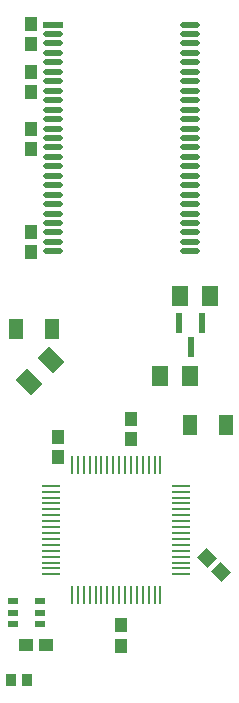
<source format=gtp>
G04 Layer_Color=7318015*
%FSLAX24Y24*%
%MOIN*%
G70*
G01*
G75*
%ADD10R,0.0512X0.0689*%
%ADD11R,0.0492X0.0433*%
%ADD12R,0.0551X0.0709*%
%ADD13R,0.0433X0.0492*%
G04:AMPARAMS|DCode=14|XSize=43.3mil|YSize=49.2mil|CornerRadius=0mil|HoleSize=0mil|Usage=FLASHONLY|Rotation=225.000|XOffset=0mil|YOffset=0mil|HoleType=Round|Shape=Rectangle|*
%AMROTATEDRECTD14*
4,1,4,-0.0021,0.0327,0.0327,-0.0021,0.0021,-0.0327,-0.0327,0.0021,-0.0021,0.0327,0.0*
%
%ADD14ROTATEDRECTD14*%

%ADD16O,0.0098X0.0610*%
%ADD17O,0.0610X0.0098*%
%ADD18R,0.0374X0.0236*%
%ADD19R,0.0236X0.0669*%
G04:AMPARAMS|DCode=20|XSize=55.1mil|YSize=70.9mil|CornerRadius=0mil|HoleSize=0mil|Usage=FLASHONLY|Rotation=225.000|XOffset=0mil|YOffset=0mil|HoleType=Round|Shape=Rectangle|*
%AMROTATEDRECTD20*
4,1,4,-0.0056,0.0445,0.0445,-0.0056,0.0056,-0.0445,-0.0445,0.0056,-0.0056,0.0445,0.0*
%
%ADD20ROTATEDRECTD20*%

%ADD21R,0.0650X0.0217*%
%ADD22O,0.0650X0.0217*%
%ADD23R,0.0354X0.0413*%
D10*
X21950Y36000D02*
D03*
X23151D02*
D03*
X28950Y32800D02*
D03*
X27749D02*
D03*
D11*
X22950Y25470D02*
D03*
X22281D02*
D03*
D12*
X27762Y34420D02*
D03*
X26738D02*
D03*
X27408Y37090D02*
D03*
X28432D02*
D03*
D13*
X22450Y39250D02*
D03*
Y38581D02*
D03*
Y42000D02*
D03*
Y42669D02*
D03*
Y43900D02*
D03*
Y44569D02*
D03*
Y45500D02*
D03*
Y46169D02*
D03*
X25800Y33000D02*
D03*
Y32331D02*
D03*
X25450Y25450D02*
D03*
Y26119D02*
D03*
X23350Y32400D02*
D03*
Y31731D02*
D03*
D14*
X28790Y27900D02*
D03*
X28317Y28373D02*
D03*
D16*
X23814Y31475D02*
D03*
X24010D02*
D03*
X24207D02*
D03*
X24404D02*
D03*
X24601D02*
D03*
X24798D02*
D03*
X24995D02*
D03*
X25192D02*
D03*
X25388D02*
D03*
X25585D02*
D03*
X25782D02*
D03*
X25979D02*
D03*
X26176D02*
D03*
X26373D02*
D03*
X26570D02*
D03*
X26766D02*
D03*
Y27125D02*
D03*
X26570D02*
D03*
X26373D02*
D03*
X26176D02*
D03*
X25979D02*
D03*
X25782D02*
D03*
X25585D02*
D03*
X25388D02*
D03*
X25192D02*
D03*
X24995D02*
D03*
X24798D02*
D03*
X24601D02*
D03*
X24404D02*
D03*
X24207D02*
D03*
X24010D02*
D03*
X23814D02*
D03*
D17*
X27465Y30776D02*
D03*
Y30580D02*
D03*
Y30383D02*
D03*
Y30186D02*
D03*
Y29989D02*
D03*
Y29792D02*
D03*
Y29595D02*
D03*
Y29398D02*
D03*
Y29202D02*
D03*
Y29005D02*
D03*
Y28808D02*
D03*
Y28611D02*
D03*
Y28414D02*
D03*
Y28217D02*
D03*
Y28020D02*
D03*
Y27824D02*
D03*
X23115D02*
D03*
Y28020D02*
D03*
Y28217D02*
D03*
Y28414D02*
D03*
Y28611D02*
D03*
Y28808D02*
D03*
Y29005D02*
D03*
Y29202D02*
D03*
Y29398D02*
D03*
Y29595D02*
D03*
Y29792D02*
D03*
Y29989D02*
D03*
Y30186D02*
D03*
Y30383D02*
D03*
Y30580D02*
D03*
Y30776D02*
D03*
D18*
X21857Y26924D02*
D03*
Y26550D02*
D03*
Y26176D02*
D03*
X22743Y26924D02*
D03*
Y26550D02*
D03*
Y26176D02*
D03*
D19*
X27770Y35416D02*
D03*
X27396Y36204D02*
D03*
X28144D02*
D03*
D20*
X23112Y34962D02*
D03*
X22388Y34238D02*
D03*
D21*
X23200Y46150D02*
D03*
D22*
Y45835D02*
D03*
Y45520D02*
D03*
Y45205D02*
D03*
Y44890D02*
D03*
Y44575D02*
D03*
Y44260D02*
D03*
Y43945D02*
D03*
Y43630D02*
D03*
Y43315D02*
D03*
Y43000D02*
D03*
Y42685D02*
D03*
Y42370D02*
D03*
Y42056D02*
D03*
Y41741D02*
D03*
Y41426D02*
D03*
Y41111D02*
D03*
Y40796D02*
D03*
Y40481D02*
D03*
Y40166D02*
D03*
Y39851D02*
D03*
Y39536D02*
D03*
Y39221D02*
D03*
Y38906D02*
D03*
Y38591D02*
D03*
X27751Y46150D02*
D03*
Y45835D02*
D03*
Y45520D02*
D03*
Y45205D02*
D03*
Y44890D02*
D03*
Y44575D02*
D03*
Y44260D02*
D03*
Y43945D02*
D03*
Y43630D02*
D03*
Y43315D02*
D03*
Y43000D02*
D03*
Y42685D02*
D03*
Y42370D02*
D03*
Y42056D02*
D03*
Y41741D02*
D03*
Y41426D02*
D03*
Y41111D02*
D03*
Y40796D02*
D03*
Y40481D02*
D03*
Y40166D02*
D03*
Y39851D02*
D03*
Y39536D02*
D03*
Y39221D02*
D03*
Y38906D02*
D03*
Y38591D02*
D03*
D23*
X22316Y24300D02*
D03*
X21784D02*
D03*
M02*

</source>
